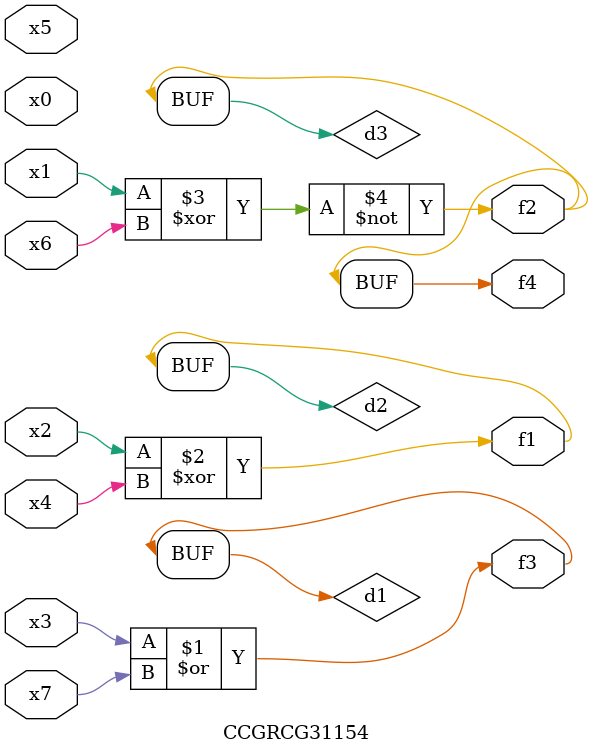
<source format=v>
module CCGRCG31154(
	input x0, x1, x2, x3, x4, x5, x6, x7,
	output f1, f2, f3, f4
);

	wire d1, d2, d3;

	or (d1, x3, x7);
	xor (d2, x2, x4);
	xnor (d3, x1, x6);
	assign f1 = d2;
	assign f2 = d3;
	assign f3 = d1;
	assign f4 = d3;
endmodule

</source>
